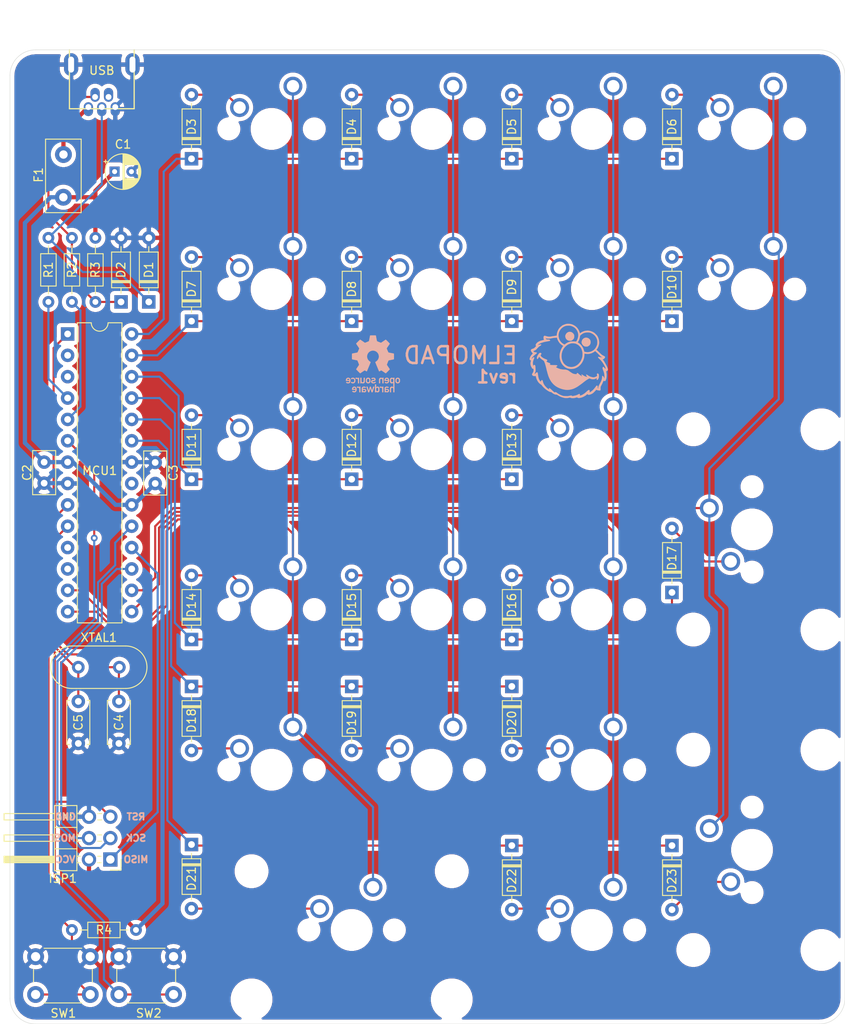
<source format=kicad_pcb>
(kicad_pcb (version 20171130) (host pcbnew "(5.1.6)-1")
  (layers (0 F.Cu signal) (31 B.Cu signal) (34 B.Paste user) (35 F.Paste user) (36 B.SilkS user) (37 F.SilkS user) (38 B.Mask user) (39 F.Mask user) (44 Edge.Cuts user))
  (net 0 "")
  (net 1 GND)
  (net 2 +5V)
  (net 3 "Net-(C4-Pad1)")
  (net 4 "Net-(C5-Pad1)")
  (net 5 "Net-(D1-Pad1)")
  (net 6 "Net-(D2-Pad1)")
  (net 7 "Net-(D3-Pad2)")
  (net 8 "Net-(D4-Pad2)")
  (net 9 "Net-(D5-Pad2)")
  (net 10 "Net-(D6-Pad2)")
  (net 11 "Net-(D7-Pad2)")
  (net 12 "Net-(D8-Pad2)")
  (net 13 "Net-(D9-Pad2)")
  (net 14 "Net-(D10-Pad2)")
  (net 15 "Net-(D11-Pad2)")
  (net 16 "Net-(D12-Pad2)")
  (net 17 "Net-(D13-Pad2)")
  (net 18 "Net-(D14-Pad2)")
  (net 19 "Net-(D15-Pad2)")
  (net 20 "Net-(D16-Pad2)")
  (net 21 "Net-(D17-Pad2)")
  (net 22 "Net-(D18-Pad2)")
  (net 23 "Net-(D19-Pad2)")
  (net 24 "Net-(D20-Pad2)")
  (net 25 VCC)
  (net 26 "Net-(MCU1-Pad12)")
  (net 27 "Net-(MCU1-Pad11)")
  (net 28 "Net-(MCU1-Pad21)")
  (net 29 boot)
  (net 30 D-)
  (net 31 D+)
  (net 32 "Net-(MCU1-Pad3)")
  (net 33 "Net-(MCU1-Pad2)")
  (net 34 reset)
  (net 35 "Net-(USB1-Pad4)")
  (net 36 row0)
  (net 37 row1)
  (net 38 row2)
  (net 39 row3)
  (net 40 row4)
  (net 41 col0)
  (net 42 col1)
  (net 43 col2)
  (net 44 col3)
  (net 45 MOSI)
  (net 46 MISO)
  (net 47 SCK)
  (net 48 "Net-(D21-Pad2)")
  (net 49 "Net-(D22-Pad2)")
  (net 50 row5)
  (net 51 "Net-(D23-Pad2)")
  (module Connector_PinHeader_2.54mm:PinHeader_2x03_P2.54mm_Horizontal (layer F.Cu) (at 92.202 139.446 180)
    (fp_text reference ISP1 (at 5.655 -2.27) (layer F.SilkS))
    (fp_text value AVR-ISP-6)
    (pad 6 thru_hole oval (at 2.54 5.08 180) (size 1.7 1.7) (drill 1) (layers *.Cu *.Mask) (net 1 GND))
    (pad 5 thru_hole oval (at 0 5.08 180) (size 1.7 1.7) (drill 1) (layers *.Cu *.Mask) (net 34 reset))
    (pad 4 thru_hole oval (at 2.54 2.54 180) (size 1.7 1.7) (drill 1) (layers *.Cu *.Mask) (net 45 MOSI))
    (pad 3 thru_hole oval (at 0 2.54 180) (size 1.7 1.7) (drill 1) (layers *.Cu *.Mask) (net 47 SCK))
    (pad 2 thru_hole oval (at 2.54 0 180) (size 1.7 1.7) (drill 1) (layers *.Cu *.Mask) (net 2 +5V))
    (pad 1 thru_hole rect (at 0 0 180) (size 1.7 1.7) (drill 1) (layers *.Cu *.Mask) (net 46 MISO))
  )
  (module custom_parts:elmo (layer B.Cu) (at 146.812 80.264 180)
    (fp_text reference G*** hide)
    (fp_text value LOGO hide)
  )
  (module custom_parts:oshw (layer B.Cu) (at 123.444 80.518 180)
    (fp_text reference G*** hide)
    (fp_text value LOGO hide)
  )
  (module Diode_THT:D_DO-35_SOD27_P7.62mm_Horizontal (layer F.Cu) (at 120.904 118.872 270)
    (fp_text reference D19 (at 4.318 0 90) (layer F.SilkS))
    (fp_text value D_Small)
    (pad 2 thru_hole oval (at 7.62 0 270) (size 1.6 1.6) (drill 0.8) (layers *.Cu *.Mask) (net 23 "Net-(D19-Pad2)"))
    (pad 1 thru_hole rect (at 0 0 270) (size 1.6 1.6) (drill 0.8) (layers *.Cu *.Mask) (net 40 row4))
  )
  (module MX_Only:MXOnly-1U-NoLED (layer F.Cu) (at 111.379 128.778)
    (fp_text reference MX16)
    (fp_text value MX-NoLED)
    (pad 2 thru_hole circle (at 2.54 -5.08) (size 2.25 2.25) (drill 1.47) (layers *.Cu *.Mask) (net 41 col0))
    (pad "" np_thru_hole circle (at 0 0) (size 3.9878 3.9878) (drill 3.9878) (layers *.Cu *.Mask))
    (pad 1 thru_hole circle (at -3.81 -2.54) (size 2.25 2.25) (drill 1.47) (layers *.Cu *.Mask) (net 22 "Net-(D18-Pad2)"))
    (pad "" np_thru_hole circle (at -5.08 0 48.0996) (size 1.75 1.75) (drill 1.75) (layers *.Cu *.Mask))
    (pad "" np_thru_hole circle (at 5.08 0 48.0996) (size 1.75 1.75) (drill 1.75) (layers *.Cu *.Mask))
  )
  (module MX_Only:MXOnly-1U-NoLED (layer F.Cu) (at 149.479 147.828)
    (fp_text reference MX20)
    (fp_text value MX-NoLED)
    (pad 2 thru_hole circle (at 2.54 -5.08) (size 2.25 2.25) (drill 1.47) (layers *.Cu *.Mask) (net 43 col2))
    (pad "" np_thru_hole circle (at 0 0) (size 3.9878 3.9878) (drill 3.9878) (layers *.Cu *.Mask))
    (pad 1 thru_hole circle (at -3.81 -2.54) (size 2.25 2.25) (drill 1.47) (layers *.Cu *.Mask) (net 49 "Net-(D22-Pad2)"))
    (pad "" np_thru_hole circle (at -5.08 0 48.0996) (size 1.75 1.75) (drill 1.75) (layers *.Cu *.Mask))
    (pad "" np_thru_hole circle (at 5.08 0 48.0996) (size 1.75 1.75) (drill 1.75) (layers *.Cu *.Mask))
  )
  (module MX_Only:MXOnly-2U-NoLED (layer F.Cu) (at 120.904 147.828)
    (fp_text reference MX19)
    (fp_text value MX-NoLED)
    (pad 2 thru_hole circle (at 2.54 -5.08) (size 2.25 2.25) (drill 1.47) (layers *.Cu *.Mask) (net 41 col0))
    (pad "" np_thru_hole circle (at 0 0) (size 3.9878 3.9878) (drill 3.9878) (layers *.Cu *.Mask))
    (pad 1 thru_hole circle (at -3.81 -2.54) (size 2.25 2.25) (drill 1.47) (layers *.Cu *.Mask) (net 48 "Net-(D21-Pad2)"))
    (pad "" np_thru_hole circle (at -5.08 0 48.0996) (size 1.75 1.75) (drill 1.75) (layers *.Cu *.Mask))
    (pad "" np_thru_hole circle (at 5.08 0 48.0996) (size 1.75 1.75) (drill 1.75) (layers *.Cu *.Mask))
    (pad "" np_thru_hole circle (at -11.90625 -6.985) (size 3.048 3.048) (drill 3.048) (layers *.Cu *.Mask))
    (pad "" np_thru_hole circle (at 11.90625 -6.985) (size 3.048 3.048) (drill 3.048) (layers *.Cu *.Mask))
    (pad "" np_thru_hole circle (at -11.90625 8.255) (size 3.9878 3.9878) (drill 3.9878) (layers *.Cu *.Mask))
    (pad "" np_thru_hole circle (at 11.90625 8.255) (size 3.9878 3.9878) (drill 3.9878) (layers *.Cu *.Mask))
  )
  (module MX_Only:MXOnly-1U-NoLED (layer F.Cu) (at 149.479 128.778)
    (fp_text reference MX18)
    (fp_text value MX-NoLED)
    (pad 2 thru_hole circle (at 2.54 -5.08) (size 2.25 2.25) (drill 1.47) (layers *.Cu *.Mask) (net 43 col2))
    (pad "" np_thru_hole circle (at 0 0) (size 3.9878 3.9878) (drill 3.9878) (layers *.Cu *.Mask))
    (pad 1 thru_hole circle (at -3.81 -2.54) (size 2.25 2.25) (drill 1.47) (layers *.Cu *.Mask) (net 24 "Net-(D20-Pad2)"))
    (pad "" np_thru_hole circle (at -5.08 0 48.0996) (size 1.75 1.75) (drill 1.75) (layers *.Cu *.Mask))
    (pad "" np_thru_hole circle (at 5.08 0 48.0996) (size 1.75 1.75) (drill 1.75) (layers *.Cu *.Mask))
  )
  (module MX_Only:MXOnly-2U-NoLED (layer F.Cu) (at 168.529 138.303 90)
    (fp_text reference MX21)
    (fp_text value MX-NoLED)
    (pad 2 thru_hole circle (at 2.54 -5.08 90) (size 2.25 2.25) (drill 1.47) (layers *.Cu *.Mask) (net 44 col3))
    (pad "" np_thru_hole circle (at 0 0 90) (size 3.9878 3.9878) (drill 3.9878) (layers *.Cu *.Mask))
    (pad 1 thru_hole circle (at -3.81 -2.54 90) (size 2.25 2.25) (drill 1.47) (layers *.Cu *.Mask) (net 51 "Net-(D23-Pad2)"))
    (pad "" np_thru_hole circle (at -5.08 0 138.0996) (size 1.75 1.75) (drill 1.75) (layers *.Cu *.Mask))
    (pad "" np_thru_hole circle (at 5.08 0 138.0996) (size 1.75 1.75) (drill 1.75) (layers *.Cu *.Mask))
    (pad "" np_thru_hole circle (at -11.90625 -6.985 90) (size 3.048 3.048) (drill 3.048) (layers *.Cu *.Mask))
    (pad "" np_thru_hole circle (at 11.90625 -6.985 90) (size 3.048 3.048) (drill 3.048) (layers *.Cu *.Mask))
    (pad "" np_thru_hole circle (at -11.90625 8.255 90) (size 3.9878 3.9878) (drill 3.9878) (layers *.Cu *.Mask))
    (pad "" np_thru_hole circle (at 11.90625 8.255 90) (size 3.9878 3.9878) (drill 3.9878) (layers *.Cu *.Mask))
  )
  (module MX_Only:MXOnly-2U-NoLED (layer F.Cu) (at 168.529 100.203 90)
    (fp_text reference MX15)
    (fp_text value MX-NoLED)
    (pad 2 thru_hole circle (at 2.54 -5.08 90) (size 2.25 2.25) (drill 1.47) (layers *.Cu *.Mask) (net 44 col3))
    (pad "" np_thru_hole circle (at 0 0 90) (size 3.9878 3.9878) (drill 3.9878) (layers *.Cu *.Mask))
    (pad 1 thru_hole circle (at -3.81 -2.54 90) (size 2.25 2.25) (drill 1.47) (layers *.Cu *.Mask) (net 21 "Net-(D17-Pad2)"))
    (pad "" np_thru_hole circle (at -5.08 0 138.0996) (size 1.75 1.75) (drill 1.75) (layers *.Cu *.Mask))
    (pad "" np_thru_hole circle (at 5.08 0 138.0996) (size 1.75 1.75) (drill 1.75) (layers *.Cu *.Mask))
    (pad "" np_thru_hole circle (at -11.90625 -6.985 90) (size 3.048 3.048) (drill 3.048) (layers *.Cu *.Mask))
    (pad "" np_thru_hole circle (at 11.90625 -6.985 90) (size 3.048 3.048) (drill 3.048) (layers *.Cu *.Mask))
    (pad "" np_thru_hole circle (at -11.90625 8.255 90) (size 3.9878 3.9878) (drill 3.9878) (layers *.Cu *.Mask))
    (pad "" np_thru_hole circle (at 11.90625 8.255 90) (size 3.9878 3.9878) (drill 3.9878) (layers *.Cu *.Mask))
  )
  (module Diode_THT:D_DO-35_SOD27_P7.62mm_Horizontal (layer F.Cu) (at 159.004 137.795 270)
    (fp_text reference D23 (at 4.191 0 90) (layer F.SilkS))
    (fp_text value D_Small)
    (pad 2 thru_hole oval (at 7.62 0 270) (size 1.6 1.6) (drill 0.8) (layers *.Cu *.Mask) (net 51 "Net-(D23-Pad2)"))
    (pad 1 thru_hole rect (at 0 0 270) (size 1.6 1.6) (drill 0.8) (layers *.Cu *.Mask) (net 50 row5))
  )
  (module Diode_THT:D_DO-35_SOD27_P7.62mm_Horizontal (layer F.Cu) (at 139.954 137.795 270)
    (fp_text reference D22 (at 4.191 0 90) (layer F.SilkS))
    (fp_text value D_Small)
    (pad 2 thru_hole oval (at 7.62 0 270) (size 1.6 1.6) (drill 0.8) (layers *.Cu *.Mask) (net 49 "Net-(D22-Pad2)"))
    (pad 1 thru_hole rect (at 0 0 270) (size 1.6 1.6) (drill 0.8) (layers *.Cu *.Mask) (net 50 row5))
  )
  (module Diode_THT:D_DO-35_SOD27_P7.62mm_Horizontal (layer F.Cu) (at 101.854 137.668 270)
    (fp_text reference D21 (at 4.064 0 90) (layer F.SilkS))
    (fp_text value D_Small)
    (pad 2 thru_hole oval (at 7.62 0 270) (size 1.6 1.6) (drill 0.8) (layers *.Cu *.Mask) (net 48 "Net-(D21-Pad2)"))
    (pad 1 thru_hole rect (at 0 0 270) (size 1.6 1.6) (drill 0.8) (layers *.Cu *.Mask) (net 50 row5))
  )
  (module Diode_THT:D_DO-35_SOD27_P7.62mm_Horizontal (layer F.Cu) (at 159.004 107.696 90)
    (fp_text reference D17 (at 4.064 0 90) (layer F.SilkS))
    (fp_text value D_Small)
    (pad 2 thru_hole oval (at 7.62 0 90) (size 1.6 1.6) (drill 0.8) (layers *.Cu *.Mask) (net 21 "Net-(D17-Pad2)"))
    (pad 1 thru_hole rect (at 0 0 90) (size 1.6 1.6) (drill 0.8) (layers *.Cu *.Mask) (net 39 row3))
  )
  (module Package_DIP:DIP-28_W7.62mm (layer F.Cu) (at 87.122 76.962)
    (fp_text reference MCU1 (at 3.81 16.256) (layer F.SilkS))
    (fp_text value ATmega328-PU)
    (pad 28 thru_hole oval (at 7.62 0) (size 1.6 1.6) (drill 0.8) (layers *.Cu *.Mask) (net 36 row0))
    (pad 14 thru_hole oval (at 0 33.02) (size 1.6 1.6) (drill 0.8) (layers *.Cu *.Mask) (net 41 col0))
    (pad 27 thru_hole oval (at 7.62 2.54) (size 1.6 1.6) (drill 0.8) (layers *.Cu *.Mask) (net 37 row1))
    (pad 13 thru_hole oval (at 0 30.48) (size 1.6 1.6) (drill 0.8) (layers *.Cu *.Mask) (net 42 col1))
    (pad 26 thru_hole oval (at 7.62 5.08) (size 1.6 1.6) (drill 0.8) (layers *.Cu *.Mask) (net 38 row2))
    (pad 12 thru_hole oval (at 0 27.94) (size 1.6 1.6) (drill 0.8) (layers *.Cu *.Mask) (net 26 "Net-(MCU1-Pad12)"))
    (pad 25 thru_hole oval (at 7.62 7.62) (size 1.6 1.6) (drill 0.8) (layers *.Cu *.Mask) (net 39 row3))
    (pad 11 thru_hole oval (at 0 25.4) (size 1.6 1.6) (drill 0.8) (layers *.Cu *.Mask) (net 27 "Net-(MCU1-Pad11)"))
    (pad 24 thru_hole oval (at 7.62 10.16) (size 1.6 1.6) (drill 0.8) (layers *.Cu *.Mask) (net 40 row4))
    (pad 10 thru_hole oval (at 0 22.86) (size 1.6 1.6) (drill 0.8) (layers *.Cu *.Mask) (net 3 "Net-(C4-Pad1)"))
    (pad 23 thru_hole oval (at 7.62 12.7) (size 1.6 1.6) (drill 0.8) (layers *.Cu *.Mask) (net 50 row5))
    (pad 9 thru_hole oval (at 0 20.32) (size 1.6 1.6) (drill 0.8) (layers *.Cu *.Mask) (net 4 "Net-(C5-Pad1)"))
    (pad 22 thru_hole oval (at 7.62 15.24) (size 1.6 1.6) (drill 0.8) (layers *.Cu *.Mask) (net 1 GND))
    (pad 8 thru_hole oval (at 0 17.78) (size 1.6 1.6) (drill 0.8) (layers *.Cu *.Mask) (net 1 GND))
    (pad 21 thru_hole oval (at 7.62 17.78) (size 1.6 1.6) (drill 0.8) (layers *.Cu *.Mask) (net 28 "Net-(MCU1-Pad21)"))
    (pad 7 thru_hole oval (at 0 15.24) (size 1.6 1.6) (drill 0.8) (layers *.Cu *.Mask) (net 2 +5V))
    (pad 20 thru_hole oval (at 7.62 20.32) (size 1.6 1.6) (drill 0.8) (layers *.Cu *.Mask) (net 2 +5V))
    (pad 6 thru_hole oval (at 0 12.7) (size 1.6 1.6) (drill 0.8) (layers *.Cu *.Mask) (net 29 boot))
    (pad 19 thru_hole oval (at 7.62 22.86) (size 1.6 1.6) (drill 0.8) (layers *.Cu *.Mask) (net 47 SCK))
    (pad 5 thru_hole oval (at 0 10.16) (size 1.6 1.6) (drill 0.8) (layers *.Cu *.Mask) (net 30 D-))
    (pad 18 thru_hole oval (at 7.62 25.4) (size 1.6 1.6) (drill 0.8) (layers *.Cu *.Mask) (net 46 MISO))
    (pad 4 thru_hole oval (at 0 7.62) (size 1.6 1.6) (drill 0.8) (layers *.Cu *.Mask) (net 31 D+))
    (pad 17 thru_hole oval (at 7.62 27.94) (size 1.6 1.6) (drill 0.8) (layers *.Cu *.Mask) (net 45 MOSI))
    (pad 3 thru_hole oval (at 0 5.08) (size 1.6 1.6) (drill 0.8) (layers *.Cu *.Mask) (net 32 "Net-(MCU1-Pad3)"))
    (pad 16 thru_hole oval (at 7.62 30.48) (size 1.6 1.6) (drill 0.8) (layers *.Cu *.Mask) (net 44 col3))
    (pad 2 thru_hole oval (at 0 2.54) (size 1.6 1.6) (drill 0.8) (layers *.Cu *.Mask) (net 33 "Net-(MCU1-Pad2)"))
    (pad 15 thru_hole oval (at 7.62 33.02) (size 1.6 1.6) (drill 0.8) (layers *.Cu *.Mask) (net 43 col2))
    (pad 1 thru_hole rect (at 0 0) (size 1.6 1.6) (drill 0.8) (layers *.Cu *.Mask) (net 34 reset))
  )
  (module MX_Only:MXOnly-1U-NoLED (layer F.Cu) (at 111.379 71.628)
    (fp_text reference MX5)
    (fp_text value MX-NoLED)
    (pad 2 thru_hole circle (at 2.54 -5.08) (size 2.25 2.25) (drill 1.47) (layers *.Cu *.Mask) (net 41 col0))
    (pad "" np_thru_hole circle (at 0 0) (size 3.9878 3.9878) (drill 3.9878) (layers *.Cu *.Mask))
    (pad 1 thru_hole circle (at -3.81 -2.54) (size 2.25 2.25) (drill 1.47) (layers *.Cu *.Mask) (net 11 "Net-(D7-Pad2)"))
    (pad "" np_thru_hole circle (at -5.08 0 48.0996) (size 1.75 1.75) (drill 1.75) (layers *.Cu *.Mask))
    (pad "" np_thru_hole circle (at 5.08 0 48.0996) (size 1.75 1.75) (drill 1.75) (layers *.Cu *.Mask))
  )
  (module MX_Only:MXOnly-1U-NoLED (layer F.Cu) (at 130.429 128.778)
    (fp_text reference MX17)
    (fp_text value MX-NoLED)
    (pad 2 thru_hole circle (at 2.54 -5.08) (size 2.25 2.25) (drill 1.47) (layers *.Cu *.Mask) (net 42 col1))
    (pad "" np_thru_hole circle (at 0 0) (size 3.9878 3.9878) (drill 3.9878) (layers *.Cu *.Mask))
    (pad 1 thru_hole circle (at -3.81 -2.54) (size 2.25 2.25) (drill 1.47) (layers *.Cu *.Mask) (net 23 "Net-(D19-Pad2)"))
    (pad "" np_thru_hole circle (at -5.08 0 48.0996) (size 1.75 1.75) (drill 1.75) (layers *.Cu *.Mask))
    (pad "" np_thru_hole circle (at 5.08 0 48.0996) (size 1.75 1.75) (drill 1.75) (layers *.Cu *.Mask))
  )
  (module MX_Only:MXOnly-1U-NoLED (layer F.Cu) (at 149.479 109.728)
    (fp_text reference MX14)
    (fp_text value MX-NoLED)
    (pad 2 thru_hole circle (at 2.54 -5.08) (size 2.25 2.25) (drill 1.47) (layers *.Cu *.Mask) (net 43 col2))
    (pad "" np_thru_hole circle (at 0 0) (size 3.9878 3.9878) (drill 3.9878) (layers *.Cu *.Mask))
    (pad 1 thru_hole circle (at -3.81 -2.54) (size 2.25 2.25) (drill 1.47) (layers *.Cu *.Mask) (net 20 "Net-(D16-Pad2)"))
    (pad "" np_thru_hole circle (at -5.08 0 48.0996) (size 1.75 1.75) (drill 1.75) (layers *.Cu *.Mask))
    (pad "" np_thru_hole circle (at 5.08 0 48.0996) (size 1.75 1.75) (drill 1.75) (layers *.Cu *.Mask))
  )
  (module MX_Only:MXOnly-1U-NoLED (layer F.Cu) (at 130.429 109.728)
    (fp_text reference MX13)
    (fp_text value MX-NoLED)
    (pad 2 thru_hole circle (at 2.54 -5.08) (size 2.25 2.25) (drill 1.47) (layers *.Cu *.Mask) (net 42 col1))
    (pad "" np_thru_hole circle (at 0 0) (size 3.9878 3.9878) (drill 3.9878) (layers *.Cu *.Mask))
    (pad 1 thru_hole circle (at -3.81 -2.54) (size 2.25 2.25) (drill 1.47) (layers *.Cu *.Mask) (net 19 "Net-(D15-Pad2)"))
    (pad "" np_thru_hole circle (at -5.08 0 48.0996) (size 1.75 1.75) (drill 1.75) (layers *.Cu *.Mask))
    (pad "" np_thru_hole circle (at 5.08 0 48.0996) (size 1.75 1.75) (drill 1.75) (layers *.Cu *.Mask))
  )
  (module MX_Only:MXOnly-1U-NoLED (layer F.Cu) (at 111.379 109.728)
    (fp_text reference MX12)
    (fp_text value MX-NoLED)
    (pad 2 thru_hole circle (at 2.54 -5.08) (size 2.25 2.25) (drill 1.47) (layers *.Cu *.Mask) (net 41 col0))
    (pad "" np_thru_hole circle (at 0 0) (size 3.9878 3.9878) (drill 3.9878) (layers *.Cu *.Mask))
    (pad 1 thru_hole circle (at -3.81 -2.54) (size 2.25 2.25) (drill 1.47) (layers *.Cu *.Mask) (net 18 "Net-(D14-Pad2)"))
    (pad "" np_thru_hole circle (at -5.08 0 48.0996) (size 1.75 1.75) (drill 1.75) (layers *.Cu *.Mask))
    (pad "" np_thru_hole circle (at 5.08 0 48.0996) (size 1.75 1.75) (drill 1.75) (layers *.Cu *.Mask))
  )
  (module MX_Only:MXOnly-1U-NoLED (layer F.Cu) (at 149.479 90.678)
    (fp_text reference MX11)
    (fp_text value MX-NoLED)
    (pad 2 thru_hole circle (at 2.54 -5.08) (size 2.25 2.25) (drill 1.47) (layers *.Cu *.Mask) (net 43 col2))
    (pad "" np_thru_hole circle (at 0 0) (size 3.9878 3.9878) (drill 3.9878) (layers *.Cu *.Mask))
    (pad 1 thru_hole circle (at -3.81 -2.54) (size 2.25 2.25) (drill 1.47) (layers *.Cu *.Mask) (net 17 "Net-(D13-Pad2)"))
    (pad "" np_thru_hole circle (at -5.08 0 48.0996) (size 1.75 1.75) (drill 1.75) (layers *.Cu *.Mask))
    (pad "" np_thru_hole circle (at 5.08 0 48.0996) (size 1.75 1.75) (drill 1.75) (layers *.Cu *.Mask))
  )
  (module MX_Only:MXOnly-1U-NoLED (layer F.Cu) (at 130.429 90.678)
    (fp_text reference MX10)
    (fp_text value MX-NoLED)
    (pad 2 thru_hole circle (at 2.54 -5.08) (size 2.25 2.25) (drill 1.47) (layers *.Cu *.Mask) (net 42 col1))
    (pad "" np_thru_hole circle (at 0 0) (size 3.9878 3.9878) (drill 3.9878) (layers *.Cu *.Mask))
    (pad 1 thru_hole circle (at -3.81 -2.54) (size 2.25 2.25) (drill 1.47) (layers *.Cu *.Mask) (net 16 "Net-(D12-Pad2)"))
    (pad "" np_thru_hole circle (at -5.08 0 48.0996) (size 1.75 1.75) (drill 1.75) (layers *.Cu *.Mask))
    (pad "" np_thru_hole circle (at 5.08 0 48.0996) (size 1.75 1.75) (drill 1.75) (layers *.Cu *.Mask))
  )
  (module MX_Only:MXOnly-1U-NoLED (layer F.Cu) (at 111.379 90.678)
    (fp_text reference MX9)
    (fp_text value MX-NoLED)
    (pad 2 thru_hole circle (at 2.54 -5.08) (size 2.25 2.25) (drill 1.47) (layers *.Cu *.Mask) (net 41 col0))
    (pad "" np_thru_hole circle (at 0 0) (size 3.9878 3.9878) (drill 3.9878) (layers *.Cu *.Mask))
    (pad 1 thru_hole circle (at -3.81 -2.54) (size 2.25 2.25) (drill 1.47) (layers *.Cu *.Mask) (net 15 "Net-(D11-Pad2)"))
    (pad "" np_thru_hole circle (at -5.08 0 48.0996) (size 1.75 1.75) (drill 1.75) (layers *.Cu *.Mask))
    (pad "" np_thru_hole circle (at 5.08 0 48.0996) (size 1.75 1.75) (drill 1.75) (layers *.Cu *.Mask))
  )
  (module MX_Only:MXOnly-1U-NoLED (layer F.Cu) (at 168.529 71.628)
    (fp_text reference MX8)
    (fp_text value MX-NoLED)
    (pad 2 thru_hole circle (at 2.54 -5.08) (size 2.25 2.25) (drill 1.47) (layers *.Cu *.Mask) (net 44 col3))
    (pad "" np_thru_hole circle (at 0 0) (size 3.9878 3.9878) (drill 3.9878) (layers *.Cu *.Mask))
    (pad 1 thru_hole circle (at -3.81 -2.54) (size 2.25 2.25) (drill 1.47) (layers *.Cu *.Mask) (net 14 "Net-(D10-Pad2)"))
    (pad "" np_thru_hole circle (at -5.08 0 48.0996) (size 1.75 1.75) (drill 1.75) (layers *.Cu *.Mask))
    (pad "" np_thru_hole circle (at 5.08 0 48.0996) (size 1.75 1.75) (drill 1.75) (layers *.Cu *.Mask))
  )
  (module MX_Only:MXOnly-1U-NoLED (layer F.Cu) (at 149.479 71.628)
    (fp_text reference MX7)
    (fp_text value MX-NoLED)
    (pad 2 thru_hole circle (at 2.54 -5.08) (size 2.25 2.25) (drill 1.47) (layers *.Cu *.Mask) (net 43 col2))
    (pad "" np_thru_hole circle (at 0 0) (size 3.9878 3.9878) (drill 3.9878) (layers *.Cu *.Mask))
    (pad 1 thru_hole circle (at -3.81 -2.54) (size 2.25 2.25) (drill 1.47) (layers *.Cu *.Mask) (net 13 "Net-(D9-Pad2)"))
    (pad "" np_thru_hole circle (at -5.08 0 48.0996) (size 1.75 1.75) (drill 1.75) (layers *.Cu *.Mask))
    (pad "" np_thru_hole circle (at 5.08 0 48.0996) (size 1.75 1.75) (drill 1.75) (layers *.Cu *.Mask))
  )
  (module MX_Only:MXOnly-1U-NoLED (layer F.Cu) (at 130.429 71.628)
    (fp_text reference MX6)
    (fp_text value MX-NoLED)
    (pad 2 thru_hole circle (at 2.54 -5.08) (size 2.25 2.25) (drill 1.47) (layers *.Cu *.Mask) (net 42 col1))
    (pad "" np_thru_hole circle (at 0 0) (size 3.9878 3.9878) (drill 3.9878) (layers *.Cu *.Mask))
    (pad 1 thru_hole circle (at -3.81 -2.54) (size 2.25 2.25) (drill 1.47) (layers *.Cu *.Mask) (net 12 "Net-(D8-Pad2)"))
    (pad "" np_thru_hole circle (at -5.08 0 48.0996) (size 1.75 1.75) (drill 1.75) (layers *.Cu *.Mask))
    (pad "" np_thru_hole circle (at 5.08 0 48.0996) (size 1.75 1.75) (drill 1.75) (layers *.Cu *.Mask))
  )
  (module MX_Only:MXOnly-1U-NoLED (layer F.Cu) (at 168.529 52.578)
    (fp_text reference MX4)
    (fp_text value MX-NoLED)
    (pad 2 thru_hole circle (at 2.54 -5.08) (size 2.25 2.25) (drill 1.47) (layers *.Cu *.Mask) (net 44 col3))
    (pad "" np_thru_hole circle (at 0 0) (size 3.9878 3.9878) (drill 3.9878) (layers *.Cu *.Mask))
    (pad 1 thru_hole circle (at -3.81 -2.54) (size 2.25 2.25) (drill 1.47) (layers *.Cu *.Mask) (net 10 "Net-(D6-Pad2)"))
    (pad "" np_thru_hole circle (at -5.08 0 48.0996) (size 1.75 1.75) (drill 1.75) (layers *.Cu *.Mask))
    (pad "" np_thru_hole circle (at 5.08 0 48.0996) (size 1.75 1.75) (drill 1.75) (layers *.Cu *.Mask))
  )
  (module MX_Only:MXOnly-1U-NoLED (layer F.Cu) (at 149.479 52.578)
    (fp_text reference MX3)
    (fp_text value MX-NoLED)
    (pad 2 thru_hole circle (at 2.54 -5.08) (size 2.25 2.25) (drill 1.47) (layers *.Cu *.Mask) (net 43 col2))
    (pad "" np_thru_hole circle (at 0 0) (size 3.9878 3.9878) (drill 3.9878) (layers *.Cu *.Mask))
    (pad 1 thru_hole circle (at -3.81 -2.54) (size 2.25 2.25) (drill 1.47) (layers *.Cu *.Mask) (net 9 "Net-(D5-Pad2)"))
    (pad "" np_thru_hole circle (at -5.08 0 48.0996) (size 1.75 1.75) (drill 1.75) (layers *.Cu *.Mask))
    (pad "" np_thru_hole circle (at 5.08 0 48.0996) (size 1.75 1.75) (drill 1.75) (layers *.Cu *.Mask))
  )
  (module MX_Only:MXOnly-1U-NoLED (layer F.Cu) (at 130.429 52.578)
    (fp_text reference MX2)
    (fp_text value MX-NoLED)
    (pad 2 thru_hole circle (at 2.54 -5.08) (size 2.25 2.25) (drill 1.47) (layers *.Cu *.Mask) (net 42 col1))
    (pad "" np_thru_hole circle (at 0 0) (size 3.9878 3.9878) (drill 3.9878) (layers *.Cu *.Mask))
    (pad 1 thru_hole circle (at -3.81 -2.54) (size 2.25 2.25) (drill 1.47) (layers *.Cu *.Mask) (net 8 "Net-(D4-Pad2)"))
    (pad "" np_thru_hole circle (at -5.08 0 48.0996) (size 1.75 1.75) (drill 1.75) (layers *.Cu *.Mask))
    (pad "" np_thru_hole circle (at 5.08 0 48.0996) (size 1.75 1.75) (drill 1.75) (layers *.Cu *.Mask))
  )
  (module MX_Only:MXOnly-1U-NoLED (layer F.Cu) (at 111.379 52.578)
    (fp_text reference MX1)
    (fp_text value MX-NoLED)
    (pad 2 thru_hole circle (at 2.54 -5.08) (size 2.25 2.25) (drill 1.47) (layers *.Cu *.Mask) (net 41 col0))
    (pad "" np_thru_hole circle (at 0 0) (size 3.9878 3.9878) (drill 3.9878) (layers *.Cu *.Mask))
    (pad 1 thru_hole circle (at -3.81 -2.54) (size 2.25 2.25) (drill 1.47) (layers *.Cu *.Mask) (net 7 "Net-(D3-Pad2)"))
    (pad "" np_thru_hole circle (at -5.08 0 48.0996) (size 1.75 1.75) (drill 1.75) (layers *.Cu *.Mask))
    (pad "" np_thru_hole circle (at 5.08 0 48.0996) (size 1.75 1.75) (drill 1.75) (layers *.Cu *.Mask))
  )
  (module Crystal:Crystal_HC49-4H_Vertical (layer F.Cu) (at 88.392 116.586)
    (fp_text reference XTAL1 (at 2.44 -3.525) (layer F.SilkS))
    (fp_text value Crystal)
    (pad 2 thru_hole circle (at 4.88 0) (size 1.5 1.5) (drill 0.8) (layers *.Cu *.Mask) (net 3 "Net-(C4-Pad1)"))
    (pad 1 thru_hole circle (at 0 0) (size 1.5 1.5) (drill 0.8) (layers *.Cu *.Mask) (net 4 "Net-(C5-Pad1)"))
  )
  (module custom_parts:USB_Mini (layer F.Cu) (at 91.186 43.18 270)
    (fp_text reference USB1)
    (fp_text value USB_B_Mini)
    (fp_text user USB (at 2.45 0) (layer F.SilkS))
    (pad 5 thru_hole oval (at 6.8 -1.6 270) (size 1.65 1.1) (drill oval 0.7 (offset 0.25 0)) (layers *.Cu B.Mask) (net 1 GND))
    (pad 4 thru_hole oval (at 5.6 -0.8 90) (size 1.65 1.1) (drill oval 0.7 (offset 0.25 0)) (layers *.Cu B.Mask) (net 35 "Net-(USB1-Pad4)"))
    (pad 3 thru_hole oval (at 6.8 0 270) (size 1.65 1.1) (drill oval 0.7 (offset 0.25 0)) (layers *.Cu B.Mask) (net 5 "Net-(D1-Pad1)"))
    (pad 2 thru_hole oval (at 5.6 0.8 90) (size 1.65 1.1) (drill oval 0.7 (offset 0.25 0)) (layers *.Cu B.Mask) (net 6 "Net-(D2-Pad1)"))
    (pad 1 thru_hole oval (at 6.8 1.6 270) (size 1.65 1.1) (drill oval 0.7 (offset 0.25 0)) (layers *.Cu B.Mask) (net 25 VCC))
    (pad 6 thru_hole oval (at 1.75 -3.65 270) (size 2.7 1.7) (drill oval 1.9 0.7) (layers *.Cu *.Mask) (net 1 GND))
    (pad 6 thru_hole oval (at 1.75 3.65 270) (size 2.7 1.7) (drill oval 1.9 0.7) (layers *.Cu *.Mask) (net 1 GND))
  )
  (module Button_Switch_THT:SW_PUSH_6mm (layer F.Cu) (at 93.218 151.003)
    (fp_text reference SW2 (at 3.556 6.731) (layer F.SilkS))
    (fp_text value BOOT)
    (pad 1 thru_hole circle (at 6.5 0 90) (size 2 2) (drill 1.1) (layers *.Cu *.Mask) (net 1 GND))
    (pad 2 thru_hole circle (at 6.5 4.5 90) (size 2 2) (drill 1.1) (layers *.Cu *.Mask) (net 29 boot))
    (pad 1 thru_hole circle (at 0 0 90) (size 2 2) (drill 1.1) (layers *.Cu *.Mask) (net 1 GND))
    (pad 2 thru_hole circle (at 0 4.5 90) (size 2 2) (drill 1.1) (layers *.Cu *.Mask) (net 29 boot))
  )
  (module Button_Switch_THT:SW_PUSH_6mm (layer F.Cu) (at 83.312 151.003)
    (fp_text reference SW1 (at 3.302 6.731) (layer F.SilkS))
    (fp_text value RESET)
    (pad 1 thru_hole circle (at 6.5 0 90) (size 2 2) (drill 1.1) (layers *.Cu *.Mask) (net 1 GND))
    (pad 2 thru_hole circle (at 6.5 4.5 90) (size 2 2) (drill 1.1) (layers *.Cu *.Mask) (net 34 reset))
    (pad 1 thru_hole circle (at 0 0 90) (size 2 2) (drill 1.1) (layers *.Cu *.Mask) (net 1 GND))
    (pad 2 thru_hole circle (at 0 4.5 90) (size 2 2) (drill 1.1) (layers *.Cu *.Mask) (net 34 reset))
  )
  (module Resistor_THT:R_Axial_DIN0204_L3.6mm_D1.6mm_P7.62mm_Horizontal (layer F.Cu) (at 87.63 147.828)
    (fp_text reference R4 (at 3.81 0) (layer F.SilkS))
    (fp_text value 1.5K)
    (pad 2 thru_hole oval (at 7.62 0) (size 1.4 1.4) (drill 0.7) (layers *.Cu *.Mask) (net 2 +5V))
    (pad 1 thru_hole circle (at 0 0) (size 1.4 1.4) (drill 0.7) (layers *.Cu *.Mask) (net 34 reset))
  )
  (module Resistor_THT:R_Axial_DIN0204_L3.6mm_D1.6mm_P7.62mm_Horizontal (layer F.Cu) (at 90.424 73.152 90)
    (fp_text reference R3 (at 3.81 0 90) (layer F.SilkS))
    (fp_text value 1.5K)
    (pad 2 thru_hole oval (at 7.62 0 90) (size 1.4 1.4) (drill 0.7) (layers *.Cu *.Mask) (net 2 +5V))
    (pad 1 thru_hole circle (at 0 0 90) (size 1.4 1.4) (drill 0.7) (layers *.Cu *.Mask) (net 6 "Net-(D2-Pad1)"))
  )
  (module Resistor_THT:R_Axial_DIN0204_L3.6mm_D1.6mm_P7.62mm_Horizontal (layer F.Cu) (at 87.63 73.152 90)
    (fp_text reference R2 (at 3.81 0 90) (layer F.SilkS))
    (fp_text value 68R)
    (pad 2 thru_hole oval (at 7.62 0 90) (size 1.4 1.4) (drill 0.7) (layers *.Cu *.Mask) (net 6 "Net-(D2-Pad1)"))
    (pad 1 thru_hole circle (at 0 0 90) (size 1.4 1.4) (drill 0.7) (layers *.Cu *.Mask) (net 30 D-))
  )
  (module Resistor_THT:R_Axial_DIN0204_L3.6mm_D1.6mm_P7.62mm_Horizontal (layer F.Cu) (at 84.836 73.152 90)
    (fp_text reference R1 (at 3.81 0 90) (layer F.SilkS))
    (fp_text value 68R)
    (pad 2 thru_hole oval (at 7.62 0 90) (size 1.4 1.4) (drill 0.7) (layers *.Cu *.Mask) (net 5 "Net-(D1-Pad1)"))
    (pad 1 thru_hole circle (at 0 0 90) (size 1.4 1.4) (drill 0.7) (layers *.Cu *.Mask) (net 31 D+))
  )
  (module Fuse:Fuse_Littelfuse_395Series (layer F.Cu) (at 86.614 60.706 90)
    (fp_text reference F1 (at 2.65 -2.95 90) (layer F.SilkS))
    (fp_text value Polyfuse)
    (pad 2 thru_hole circle (at 5.08 0.01 90) (size 2 2) (drill 1) (layers *.Cu *.Mask) (net 25 VCC))
    (pad 1 thru_hole circle (at 0 0 90) (size 2 2) (drill 1) (layers *.Cu *.Mask) (net 2 +5V))
  )
  (module Diode_THT:D_DO-35_SOD27_P7.62mm_Horizontal (layer F.Cu) (at 139.954 118.872 270)
    (fp_text reference D20 (at 4.318 0 90) (layer F.SilkS))
    (fp_text value D_Small)
    (pad 2 thru_hole oval (at 7.62 0 270) (size 1.6 1.6) (drill 0.8) (layers *.Cu *.Mask) (net 24 "Net-(D20-Pad2)"))
    (pad 1 thru_hole rect (at 0 0 270) (size 1.6 1.6) (drill 0.8) (layers *.Cu *.Mask) (net 40 row4))
  )
  (module Diode_THT:D_DO-35_SOD27_P7.62mm_Horizontal (layer F.Cu) (at 101.854 118.872 270)
    (fp_text reference D18 (at 4.064 0 90) (layer F.SilkS))
    (fp_text value D_Small)
    (pad 2 thru_hole oval (at 7.62 0 270) (size 1.6 1.6) (drill 0.8) (layers *.Cu *.Mask) (net 22 "Net-(D18-Pad2)"))
    (pad 1 thru_hole rect (at 0 0 270) (size 1.6 1.6) (drill 0.8) (layers *.Cu *.Mask) (net 40 row4))
  )
  (module Diode_THT:D_DO-35_SOD27_P7.62mm_Horizontal (layer F.Cu) (at 139.954 113.284 90)
    (fp_text reference D16 (at 4.064 0 90) (layer F.SilkS))
    (fp_text value D_Small)
    (pad 2 thru_hole oval (at 7.62 0 90) (size 1.6 1.6) (drill 0.8) (layers *.Cu *.Mask) (net 20 "Net-(D16-Pad2)"))
    (pad 1 thru_hole rect (at 0 0 90) (size 1.6 1.6) (drill 0.8) (layers *.Cu *.Mask) (net 39 row3))
  )
  (module Diode_THT:D_DO-35_SOD27_P7.62mm_Horizontal (layer F.Cu) (at 120.904 113.284 90)
    (fp_text reference D15 (at 4.064 0 90) (layer F.SilkS))
    (fp_text value D_Small)
    (pad 2 thru_hole oval (at 7.62 0 90) (size 1.6 1.6) (drill 0.8) (layers *.Cu *.Mask) (net 19 "Net-(D15-Pad2)"))
    (pad 1 thru_hole rect (at 0 0 90) (size 1.6 1.6) (drill 0.8) (layers *.Cu *.Mask) (net 39 row3))
  )
  (module Diode_THT:D_DO-35_SOD27_P7.62mm_Horizontal (layer F.Cu) (at 101.854 113.284 90)
    (fp_text reference D14 (at 4.064 0 90) (layer F.SilkS))
    (fp_text value D_Small)
    (pad 2 thru_hole oval (at 7.62 0 90) (size 1.6 1.6) (drill 0.8) (layers *.Cu *.Mask) (net 18 "Net-(D14-Pad2)"))
    (pad 1 thru_hole rect (at 0 0 90) (size 1.6 1.6) (drill 0.8) (layers *.Cu *.Mask) (net 39 row3))
  )
  (module Diode_THT:D_DO-35_SOD27_P7.62mm_Horizontal (layer F.Cu) (at 139.954 94.234 90)
    (fp_text reference D13 (at 4.064 0 90) (layer F.SilkS))
    (fp_text value D_Small)
    (pad 2 thru_hole oval (at 7.62 0 90) (size 1.6 1.6) (drill 0.8) (layers *.Cu *.Mask) (net 17 "Net-(D13-Pad2)"))
    (pad 1 thru_hole rect (at 0 0 90) (size 1.6 1.6) (drill 0.8) (layers *.Cu *.Mask) (net 38 row2))
  )
  (module Diode_THT:D_DO-35_SOD27_P7.62mm_Horizontal (layer F.Cu) (at 120.904 94.234 90)
    (fp_text reference D12 (at 4.064 0 90) (layer F.SilkS))
    (fp_text value D_Small)
    (pad 2 thru_hole oval (at 7.62 0 90) (size 1.6 1.6) (drill 0.8) (layers *.Cu *.Mask) (net 16 "Net-(D12-Pad2)"))
    (pad 1 thru_hole rect (at 0 0 90) (size 1.6 1.6) (drill 0.8) (layers *.Cu *.Mask) (net 38 row2))
  )
  (module Diode_THT:D_DO-35_SOD27_P7.62mm_Horizontal (layer F.Cu) (at 101.854 94.234 90)
    (fp_text reference D11 (at 4.064 0 90) (layer F.SilkS))
    (fp_text value D_Small)
    (pad 2 thru_hole oval (at 7.62 0 90) (size 1.6 1.6) (drill 0.8) (layers *.Cu *.Mask) (net 15 "Net-(D11-Pad2)"))
    (pad 1 thru_hole rect (at 0 0 90) (size 1.6 1.6) (drill 0.8) (layers *.Cu *.Mask) (net 38 row2))
  )
  (module Diode_THT:D_DO-35_SOD27_P7.62mm_Horizontal (layer F.Cu) (at 159.004 75.438 90)
    (fp_text reference D10 (at 4.064 0 90) (layer F.SilkS))
    (fp_text value D_Small)
    (pad 2 thru_hole oval (at 7.62 0 90) (size 1.6 1.6) (drill 0.8) (layers *.Cu *.Mask) (net 14 "Net-(D10-Pad2)"))
    (pad 1 thru_hole rect (at 0 0 90) (size 1.6 1.6) (drill 0.8) (layers *.Cu *.Mask) (net 37 row1))
  )
  (module Diode_THT:D_DO-35_SOD27_P7.62mm_Horizontal (layer F.Cu) (at 139.954 75.438 90)
    (fp_text reference D9 (at 4.064 0 90) (layer F.SilkS))
    (fp_text value D_Small)
    (pad 2 thru_hole oval (at 7.62 0 90) (size 1.6 1.6) (drill 0.8) (layers *.Cu *.Mask) (net 13 "Net-(D9-Pad2)"))
    (pad 1 thru_hole rect (at 0 0 90) (size 1.6 1.6) (drill 0.8) (layers *.Cu *.Mask) (net 37 row1))
  )
  (module Diode_THT:D_DO-35_SOD27_P7.62mm_Horizontal (layer F.Cu) (at 120.904 75.438 90)
    (fp_text reference D8 (at 3.81 0 90) (layer F.SilkS))
    (fp_text value D_Small)
    (pad 2 thru_hole oval (at 7.62 0 90) (size 1.6 1.6) (drill 0.8) (layers *.Cu *.Mask) (net 12 "Net-(D8-Pad2)"))
    (pad 1 thru_hole rect (at 0 0 90) (size 1.6 1.6) (drill 0.8) (layers *.Cu *.Mask) (net 37 row1))
  )
  (module Diode_THT:D_DO-35_SOD27_P7.62mm_Horizontal (layer F.Cu) (at 101.854 75.438 90)
    (fp_text reference D7 (at 3.81 0 90) (layer F.SilkS))
    (fp_text value D_Small)
    (pad 2 thru_hole oval (at 7.62 0 90) (size 1.6 1.6) (drill 0.8) (layers *.Cu *.Mask) (net 11 "Net-(D7-Pad2)"))
    (pad 1 thru_hole rect (at 0 0 90) (size 1.6 1.6) (drill 0.8) (layers *.Cu *.Mask) (net 37 row1))
  )
  (module Diode_THT:D_DO-35_SOD27_P7.62mm_Horizontal (layer F.Cu) (at 159.004 56.134 90)
    (fp_text reference D6 (at 3.81 0 90) (layer F.SilkS))
    (fp_text value D_Small)
    (pad 2 thru_hole oval (at 7.62 0 90) (size 1.6 1.6) (drill 0.8) (layers *.Cu *.Mask) (net 10 "Net-(D6-Pad2)"))
    (pad 1 thru_hole rect (at 0 0 90) (size 1.6 1.6) (drill 0.8) (layers *.Cu *.Mask) (net 36 row0))
  )
  (module Diode_THT:D_DO-35_SOD27_P7.62mm_Horizontal (layer F.Cu) (at 139.954 56.134 90)
    (fp_text reference D5 (at 3.81 0 90) (layer F.SilkS))
    (fp_text value D_Small)
    (pad 2 thru_hole oval (at 7.62 0 90) (size 1.6 1.6) (drill 0.8) (layers *.Cu *.Mask) (net 9 "Net-(D5-Pad2)"))
    (pad 1 thru_hole rect (at 0 0 90) (size 1.6 1.6) (drill 0.8) (layers *.Cu *.Mask) (net 36 row0))
  )
  (module Diode_THT:D_DO-35_SOD27_P7.62mm_Horizontal (layer F.Cu) (at 120.904 56.134 90)
    (fp_text reference D4 (at 3.81 0 90) (layer F.SilkS))
    (fp_text value D_Small)
    (pad 2 thru_hole oval (at 7.62 0 90) (size 1.6 1.6) (drill 0.8) (layers *.Cu *.Mask) (net 8 "Net-(D4-Pad2)"))
    (pad 1 thru_hole rect (at 0 0 90) (size 1.6 1.6) (drill 0.8) (layers *.Cu *.Mask) (net 36 row0))
  )
  (module Diode_THT:D_DO-35_SOD27_P7.62mm_Horizontal (layer F.Cu) (at 101.854 56.134 90)
    (fp_text reference D3 (at 3.81 0 90) (layer F.SilkS))
    (fp_text value D_Small)
    (pad 2 thru_hole oval (at 7.62 0 90) (size 1.6 1.6) (drill 0.8) (layers *.Cu *.Mask) (net 7 "Net-(D3-Pad2)"))
    (pad 1 thru_hole rect (at 0 0 90) (size 1.6 1.6) (drill 0.8) (layers *.Cu *.Mask) (net 36 row0))
  )
  (module Diode_THT:D_DO-35_SOD27_P7.62mm_Horizontal (layer F.Cu) (at 93.472 73.152 90)
    (fp_text reference D2 (at 3.81 0 90) (layer F.SilkS))
    (fp_text value 3.6V)
    (pad 2 thru_hole oval (at 7.62 0 90) (size 1.6 1.6) (drill 0.8) (layers *.Cu *.Mask) (net 1 GND))
    (pad 1 thru_hole rect (at 0 0 90) (size 1.6 1.6) (drill 0.8) (layers *.Cu *.Mask) (net 6 "Net-(D2-Pad1)"))
  )
  (module Diode_THT:D_DO-35_SOD27_P7.62mm_Horizontal (layer F.Cu) (at 96.774 73.152 90)
    (fp_text reference D1 (at 3.81 0 90) (layer F.SilkS))
    (fp_text value 3.6V)
    (pad 2 thru_hole oval (at 7.62 0 90) (size 1.6 1.6) (drill 0.8) (layers *.Cu *.Mask) (net 1 GND))
    (pad 1 thru_hole rect (at 0 0 90) (size 1.6 1.6) (drill 0.8) (layers *.Cu *.Mask) (net 5 "Net-(D1-Pad1)"))
  )
  (module Capacitor_THT:C_Disc_D5.0mm_W2.5mm_P5.00mm (layer F.Cu) (at 88.392 120.65 270)
    (fp_text reference C5 (at 2.5 0 90) (layer F.SilkS))
    (fp_text value 22p)
    (pad 2 thru_hole circle (at 5 0 270) (size 1.6 1.6) (drill 0.8) (layers *.Cu *.Mask) (net 1 GND))
    (pad 1 thru_hole circle (at 0 0 270) (size 1.6 1.6) (drill 0.8) (layers *.Cu *.Mask) (net 4 "Net-(C5-Pad1)"))
  )
  (module Capacitor_THT:C_Disc_D5.0mm_W2.5mm_P5.00mm (layer F.Cu) (at 93.218 120.65 270)
    (fp_text reference C4 (at 2.5 0 90) (layer F.SilkS))
    (fp_text value 22p)
    (pad 2 thru_hole circle (at 5 0 270) (size 1.6 1.6) (drill 0.8) (layers *.Cu *.Mask) (net 1 GND))
    (pad 1 thru_hole circle (at 0 0 270) (size 1.6 1.6) (drill 0.8) (layers *.Cu *.Mask) (net 3 "Net-(C4-Pad1)"))
  )
  (module Capacitor_THT:C_Disc_D5.0mm_W2.5mm_P2.50mm (layer F.Cu) (at 97.536 94.742 90)
    (fp_text reference C3 (at 1.27 2.159 90) (layer F.SilkS))
    (fp_text value 100n)
    (pad 2 thru_hole circle (at 2.5 0 90) (size 1.6 1.6) (drill 0.8) (layers *.Cu *.Mask) (net 1 GND))
    (pad 1 thru_hole circle (at 0 0 90) (size 1.6 1.6) (drill 0.8) (layers *.Cu *.Mask) (net 2 +5V))
  )
  (module Capacitor_THT:C_Disc_D5.0mm_W2.5mm_P2.50mm (layer F.Cu) (at 84.328 92.202 270)
    (fp_text reference C2 (at 1.25 2.032 90) (layer F.SilkS))
    (fp_text value 100n)
    (pad 2 thru_hole circle (at 2.5 0 270) (size 1.6 1.6) (drill 0.8) (layers *.Cu *.Mask) (net 1 GND))
    (pad 1 thru_hole circle (at 0 0 270) (size 1.6 1.6) (drill 0.8) (layers *.Cu *.Mask) (net 2 +5V))
  )
  (module Capacitor_THT:CP_Radial_D4.0mm_P2.00mm (layer F.Cu) (at 92.71 57.658)
    (fp_text reference C1 (at 1 -3.25) (layer F.SilkS))
    (fp_text value 4.7u)
    (pad 2 thru_hole circle (at 2 0) (size 1.2 1.2) (drill 0.6) (layers *.Cu *.Mask) (net 1 GND))
    (pad 1 thru_hole rect (at 0 0) (size 1.2 1.2) (drill 0.6) (layers *.Cu *.Mask) (net 2 +5V))
  )
  (gr_text rev1 (at 138.176 82.042) (layer B.SilkS) (effects (font (size 1.5 1.5) (thickness 0.3)) (justify mirror)))
  (gr_text ELMOPAD (at 133.858 79.502) (layer B.SilkS) (effects (font (size 2 2) (thickness 0.3)) (justify mirror)))
  (gr_text GND (at 86.868 134.366) (layer F.SilkS) (effects (font (size 0.8 0.8) (thickness 0.2))))
  (gr_text GND (at 86.868 134.366) (layer B.SilkS) (effects (font (size 0.8 0.8) (thickness 0.2)) (justify mirror)))
  (gr_text RST (at 95.25 134.366) (layer B.SilkS) (effects (font (size 0.8 0.8) (thickness 0.2)) (justify mirror)))
  (gr_text MOSI (at 86.614 136.906) (layer B.SilkS) (effects (font (size 0.8 0.8) (thickness 0.2)) (justify mirror)))
  (gr_text MISO (at 95.25 139.446) (layer B.SilkS) (effects (font (size 0.8 0.8) (thickness 0.2)) (justify mirror)))
  (gr_text SCK (at 95.25 136.906) (layer B.SilkS) (effects (font (size 0.8 0.8) (thickness 0.2)) (justify mirror)))
  (gr_text VCC (at 86.868 139.446) (layer B.SilkS) (effects (font (size 0.8 0.8) (thickness 0.2)) (justify mirror)))
  (gr_arc (start 83.312 155.956) (end 80.264 155.956) (angle -90) (layer Edge.Cuts) (width 0.05))
  (gr_arc (start 176.53 155.956) (end 176.53 159.004) (angle -90) (layer Edge.Cuts) (width 0.05))
  (gr_arc (start 176.53 46.228) (end 179.578 46.228) (angle -90) (layer Edge.Cuts) (width 0.05))
  (gr_arc (start 83.312 46.228) (end 83.312 43.18) (angle -90) (layer Edge.Cuts) (width 0.05))
  (gr_line (start 80.264 155.956) (end 80.264 46.228) (layer Edge.Cuts) (width 0.05))
  (gr_line (start 176.53 159.004) (end 83.312 159.004) (layer Edge.Cuts) (width 0.05))
  (gr_line (start 179.578 46.228) (end 179.578 155.956) (layer Edge.Cuts) (width 0.05))
  (gr_line (start 83.312 43.18) (end 176.53 43.18) (layer Edge.Cuts) (width 0.05))
  (segment (start 94.836 47.93) (end 94.836 44.93) (width 0.5) (layer B.Cu) (net 1))
  (segment (start 92.786 49.98) (end 94.836 47.93) (width 0.5) (layer B.Cu) (net 1))
  (segment (start 97.75 92.202) (end 97.79 92.242) (width 0.5) (layer B.Cu) (net 1))
  (segment (start 97.496 92.202) (end 97.536 92.242) (width 0.5) (layer B.Cu) (net 1))
  (segment (start 94.742 92.202) (end 97.496 92.202) (width 0.5) (layer B.Cu) (net 1))
  (segment (start 87.082 94.702) (end 87.122 94.742) (width 0.5) (layer B.Cu) (net 1))
  (segment (start 84.328 94.702) (end 87.082 94.702) (width 0.5) (layer B.Cu) (net 1))
  (segment (start 84.328 92.202) (end 87.122 92.202) (width 0.5) (layer B.Cu) (net 2))
  (segment (start 94.742 97.282) (end 92.837 97.282) (width 0.5) (layer B.Cu) (net 2))
  (segment (start 87.757 92.202) (end 87.122 92.202) (width 0.5) (layer B.Cu) (net 2))
  (segment (start 92.837 97.282) (end 87.757 92.202) (width 0.5) (layer B.Cu) (net 2))
  (segment (start 86.614 60.706) (end 85.09 60.706) (width 0.5) (layer B.Cu) (net 2))
  (segment (start 85.09 60.706) (end 82.042 63.754) (width 0.5) (layer B.Cu) (net 2))
  (segment (start 82.042 89.916) (end 84.328 92.202) (width 0.5) (layer B.Cu) (net 2))
  (segment (start 82.042 63.754) (end 82.042 89.916) (width 0.5) (layer B.Cu) (net 2))
  (segment (start 90.424 59.944) (end 92.71 57.658) (width 0.5) (layer F.Cu) (net 2))
  (segment (start 86.614 60.706) (end 90.424 60.706) (width 0.5) (layer F.Cu) (net 2))
  (segment (start 90.424 65.532) (end 90.424 60.706) (width 0.5) (layer F.Cu) (net 2))
  (segment (start 90.424 60.706) (end 90.424 59.944) (width 0.5) (layer F.Cu) (net 2))
  (segment (start 97.536 94.742) (end 98.40496 95.61096) (width 0.5) (layer B.Cu) (net 2))
  (segment (start 98.40496 95.61096) (end 98.40496 144.67304) (width 0.5) (layer B.Cu) (net 2))
  (segment (start 94.996 97.282) (end 97.536 94.742) (width 0.5) (layer B.Cu) (net 2))
  (segment (start 94.742 97.282) (end 94.996 97.282) (width 0.5) (layer B.Cu) (net 2))
  (segment (start 95.25 147.828) (end 98.40496 144.67304) (width 0.5) (layer B.Cu) (net 2))
  (segment (start 89.662 142.24) (end 95.25 147.828) (width 0.5) (layer F.Cu) (net 2))
  (segment (start 89.662 139.446) (end 89.662 142.24) (width 0.5) (layer F.Cu) (net 2))
  (segment (start 93.472 116.586) (end 93.218 116.332) (width 0.25) (layer B.Cu) (net 3))
  (segment (start 93.218 116.64) (end 93.272 116.586) (width 0.25) (layer F.Cu) (net 3))
  (segment (start 93.218 120.65) (end 93.218 116.64) (width 0.25) (layer F.Cu) (net 3))
  (segment (start 93.272 116.586) (end 91.44 116.586) (width 0.25) (layer F.Cu) (net 3))
  (segment (start 91.44 116.586) (end 89.916 115.062) (width 0.25) (layer F.Cu) (net 3))
  (segment (start 89.916 115.062) (end 87.122 115.062) (width 0.25) (layer F.Cu) (net 3))
  (segment (start 87.122 115.062) (end 85.598 113.538) (width 0.25) (layer F.Cu) (net 3))
  (segment (start 85.598 101.346) (end 87.122 99.822) (width 0.25) (layer F.Cu) (net 3))
  (segment (start 85.598 113.538) (end 85.598 101.346) (width 0.25) (layer F.Cu) (net 3))
  (segment (start 88.392 120.65) (end 88.392 116.586) (width 0.25) (layer F.Cu) (net 4))
  (segment (start 88.392 116.586) (end 88.00959 116.586) (width 0.25) (layer F.Cu) (net 4))
  (segment (start 85.14799 99.25601) (end 87.122 97.282) (width 0.25) (layer F.Cu) (net 4))
  (segment (start 85.14799 113.7244) (end 85.14799 99.25601) (width 0.25) (layer F.Cu) (net 4))
  (segment (start 88.00959 116.586) (end 85.14799 113.7244) (width 0.25) (layer F.Cu) (net 4))
  (segment (start 91.186 59.182) (end 91.186 49.98) (width 0.25) (layer B.Cu) (net 5))
  (segment (start 84.836 65.532) (end 91.186 59.182) (width 0.25) (layer B.Cu) (net 5))
  (segment (start 84.836 65.532) (end 88.9 69.596) (width 0.25) (layer B.Cu) (net 5))
  (segment (start 93.218 69.596) (end 96.774 73.152) (width 0.25) (layer B.Cu) (net 5))
  (segment (start 88.9 69.596) (end 93.218 69.596) (width 0.25) (layer B.Cu) (net 5))
  (segment (start 90.386 48.78) (end 88.38 48.78) (width 0.25) (layer F.Cu) (net 6))
  (segment (start 88.38 48.78) (end 84.836 52.324) (width 0.25) (layer F.Cu) (net 6))
  (segment (start 84.836 62.738) (end 87.63 65.532) (width 0.25) (layer F.Cu) (net 6))
  (segment (start 84.836 52.324) (end 84.836 62.738) (width 0.25) (layer F.Cu) (net 6))
  (segment (start 87.63 70.358) (end 90.424 73.152) (width 0.25) (layer F.Cu) (net 6))
  (segment (start 87.63 65.532) (end 87.63 70.358) (width 0.25) (layer F.Cu) (net 6))
  (segment (start 93.472 73.152) (end 90.424 73.152) (width 0.25) (layer F.Cu) (net 6))
  (segment (start 106.045 48.514) (end 107.569 50.038) (width 0.25) (layer F.Cu) (net 7))
  (segment (start 101.854 48.514) (end 106.045 48.514) (width 0.25) (layer F.Cu) (net 7))
  (segment (start 125.095 48.514) (end 126.619 50.038) (width 0.25) (layer F.Cu) (net 8))
  (segment (start 120.904 48.514) (end 125.095 48.514) (width 0.25) (layer F.Cu) (net 8))
  (segment (start 144.145 48.514) (end 145.669 50.038) (width 0.25) (layer F.Cu) (net 9))
  (segment (start 139.954 48.514) (end 144.145 48.514) (width 0.25) (layer F.Cu) (net 9))
  (segment (start 163.195 48.514) (end 164.719 50.038) (width 0.25) (layer F.Cu) (net 10))
  (segment (start 159.004 48.514) (end 163.195 48.514) (width 0.25) (layer F.Cu) (net 10))
  (segment (start 106.299 67.818) (end 107.569 69.088) (width 0.25) (layer F.Cu) (net 11))
  (segment (start 101.854 67.818) (end 106.299 67.818) (width 0.25) (layer F.Cu) (net 11))
  (segment (start 125.349 67.818) (end 126.619 69.088) (width 0.25) (layer F.Cu) (net 12))
  (segment (start 120.904 67.818) (end 125.349 67.818) (width 0.25) (layer F.Cu) (net 12))
  (segment (start 144.399 67.818) (end 145.669 69.088) (width 0.25) (layer F.Cu) (net 13))
  (segment (start 139.954 67.818) (end 144.399 67.818) (width 0.25) (layer F.Cu) (net 13))
  (segment (start 163.449 67.818) (end 164.719 69.088) (width 0.25) (layer F.Cu) (net 14))
  (segment (start 159.004 67.818) (end 163.449 67.818) (width 0.25) (layer F.Cu) (net 14))
  (segment (start 106.045 86.614) (end 107.569 88.138) (width 0.25) (layer F.Cu) (net 15))
  (segment (start 101.854 86.614) (end 106.045 86.614) (width 0.25) (layer F.Cu) (net 15))
  (segment (start 125.095 86.614) (end 126.619 88.138) (width 0.25) (layer F.Cu) (net 16))
  (segment (start 120.904 86.614) (end 125.095 86.614) (width 0.25) (layer F.Cu) (net 16))
  (segment (start 144.145 86.614) (end 145.669 88.138) (width 0.25) (layer F.Cu) (net 17))
  (segment (start 139.954 86.614) (end 144.145 86.614) (width 0.25) (layer F.Cu) (net 17))
  (segment (start 107.7554 106.73799) (end 107.887205 106.869795) (width 0.25) (layer F.Cu) (net 18))
  (segment (start 101.854 105.664) (end 106.68141 105.664) (width 0.25) (layer F.Cu) (net 18))
  (segment (start 106.68141 105.664) (end 107.7554 106.73799) (width 0.25) (layer F.Cu) (net 18))
  (segment (start 125.095 105.664) (end 126.619 107.188) (width 0.25) (layer F.Cu) (net 19))
  (segment (start 120.904 105.664) (end 125.095 105.664) (width 0.25) (layer F.Cu) (net 19))
  (segment (start 144.145 105.664) (end 145.669 107.188) (width 0.25) (layer F.Cu) (net 20))
  (segment (start 139.954 105.664) (end 144.145 105.664) (width 0.25) (layer F.Cu) (net 20))
  (segment (start 162.941 104.013) (end 159.004 100.076) (width 0.25) (layer F.Cu) (net 21))
  (segment (start 165.989 104.013) (end 162.941 104.013) (width 0.25) (layer F.Cu) (net 21))
  (segment (start 102.108 126.238) (end 101.854 126.492) (width 0.25) (layer F.Cu) (net 22))
  (segment (start 107.569 126.238) (end 102.108 126.238) (width 0.25) (layer F.Cu) (net 22))
  (segment (start 121.158 126.238) (end 120.904 126.492) (width 0.25) (layer F.Cu) (net 23))
  (segment (start 126.619 126.238) (end 121.158 126.238) (width 0.25) (layer F.Cu) (net 23))
  (segment (start 140.208 126.238) (end 139.954 126.492) (width 0.25) (layer F.Cu) (net 24))
  (segment (start 145.669 126.238) (end 140.208 126.238) (width 0.25) (layer F.Cu) (net 24))
  (segment (start 86.624 52.942) (end 89.586 49.98) (width 0.5) (layer F.Cu) (net 25))
  (segment (start 86.624 55.626) (end 86.624 52.942) (width 0.5) (layer F.Cu) (net 25))
  (segment (start 87.122 89.662) (end 87.63 89.662) (width 0.25) (layer B.Cu) (net 29))
  (segment (start 93.218 155.503) (end 99.718 155.503) (width 0.25) (layer F.Cu) (net 29))
  (segment (start 93.218 155.503) (end 91.44 153.725) (width 0.25) (layer B.Cu) (net 29))
  (segment (start 91.44 153.725) (end 91.44 146.812) (width 0.25) (layer B.Cu) (net 29))
  (segment (start 91.44 146.812) (end 85.459981 140.831981) (width 0.25) (layer B.Cu) (net 29))
  (segment (start 85.459981 140.831981) (end 85.459982 115.705198) (width 0.25) (layer B.Cu) (net 29))
  (segment (start 85.459982 115.705198) (end 90.285981 110.879199) (width 0.25) (layer B.Cu) (net 29))
  (segment (start 90.424 101.092) (end 90.285981 101.230019) (width 0.25) (layer F.Cu) (net 29))
  (segment (start 90.285981 110.879199) (end 90.285981 101.230019) (width 0.25) (layer B.Cu) (net 29))
  (via (at 90.285981 101.230019) (size 0.8) (drill 0.4) (layers F.Cu B.Cu) (net 29))
  (segment (start 90.285981 92.848019) (end 90.297 92.837) (width 0.25) (layer F.Cu) (net 29))
  (segment (start 90.285981 101.230019) (end 90.285981 92.848019) (width 0.25) (layer F.Cu) (net 29))
  (segment (start 87.122 89.662) (end 90.297 92.837) (width 0.25) (layer F.Cu) (net 29))
  (segment (start 87.63 73.152) (end 88.646 74.168) (width 0.25) (layer B.Cu) (net 30))
  (segment (start 88.646 85.598) (end 87.122 87.122) (width 0.25) (layer B.Cu) (net 30))
  (segment (start 88.646 74.168) (end 88.646 85.598) (width 0.25) (layer B.Cu) (net 30))
  (segment (start 84.836 82.296) (end 87.122 84.582) (width 0.25) (layer B.Cu) (net 31))
  (segment (start 84.836 73.152) (end 84.836 82.296) (width 0.25) (layer B.Cu) (net 31))
  (segment (start 87.63 153.321) (end 87.63 147.828) (width 0.25) (layer F.Cu) (net 34))
  (segment (start 89.812 155.503) (end 87.63 153.321) (width 0.25) (layer F.Cu) (net 34))
  (segment (start 83.312 155.503) (end 89.812 155.503) (width 0.25) (layer F.Cu) (net 34))
  (segment (start 85.598 145.796) (end 87.63 147.828) (width 0.25) (layer F.Cu) (net 34))
  (segment (start 85.453001 78.630999) (end 85.453001 98.314589) (width 0.25) (layer F.Cu) (net 34))
  (segment (start 84.69798 113.9108) (end 85.598 114.81082) (width 0.25) (layer F.Cu) (net 34))
  (segment (start 85.453001 98.314589) (end 84.69798 99.06961) (width 0.25) (layer F.Cu) (net 34))
  (segment (start 87.122 76.962) (end 85.453001 78.630999) (width 0.25) (layer F.Cu) (net 34))
  (segment (start 84.69798 99.06961) (end 84.69798 113.9108) (width 0.25) (layer F.Cu) (net 34))
  (segment (start 90.424 132.588) (end 85.598 132.588) (width 0.25) (layer F.Cu) (net 34))
  (segment (start 92.202 134.366) (end 90.424 132.588) (width 0.25) (layer F.Cu) (net 34))
  (segment (start 85.598 114.81082) (end 85.598 132.588) (width 0.25) (layer F.Cu) (net 34))
  (segment (start 85.598 132.588) (end 85.598 145.796) (width 0.25) (layer F.Cu) (net 34))
  (segment (start 159.004 56.134) (end 101.854 56.134) (width 0.25) (layer F.Cu) (net 36))
  (segment (start 101.854 56.134) (end 100.076 56.134) (width 0.25) (layer B.Cu) (net 36))
  (segment (start 100.076 56.134) (end 98.552 57.658) (width 0.25) (layer B.Cu) (net 36))
  (segment (start 98.552 57.658) (end 98.552 75.184) (width 0.25) (layer B.Cu) (net 36))
  (segment (start 96.774 76.962) (end 94.742 76.962) (width 0.25) (layer B.Cu) (net 36))
  (segment (start 98.552 75.184) (end 96.774 76.962) (width 0.25) (layer B.Cu) (net 36))
  (segment (start 101.854 75.438) (end 159.004 75.438) (width 0.25) (layer F.Cu) (net 37))
  (segment (start 97.79 79.502) (end 94.742 79.502) (width 0.25) (layer B.Cu) (net 37))
  (segment (start 101.854 75.438) (end 97.79 79.502) (width 0.25) (layer B.Cu) (net 37))
  (segment (start 94.742 82.042) (end 98.044 82.042) (width 0.25) (layer B.Cu) (net 38))
  (segment (start 98.044 82.042) (end 100.33 84.328) (width 0.25) (layer B.Cu) (net 38))
  (segment (start 100.33 92.71) (end 101.854 94.234) (width 0.25) (layer B.Cu) (net 38))
  (segment (start 100.33 84.328) (end 100.33 92.71) (width 0.25) (layer B.Cu) (net 38))
  (segment (start 101.854 94.234) (end 139.954 94.234) (width 0.25) (layer F.Cu) (net 38))
  (segment (start 101.854 113.284) (end 139.954 113.284) (width 0.25) (layer F.Cu) (net 39))
  (segment (start 139.954 113.284) (end 155.702 113.284) (width 0.25) (layer F.Cu) (net 39))
  (segment (start 159.004 109.982) (end 159.004 107.696) (width 0.25) (layer F.Cu) (net 39))
  (segment (start 155.702 113.284) (end 159.004 109.982) (width 0.25) (layer F.Cu) (net 39))
  (segment (start 101.854 113.284) (end 99.87999 111.30999) (width 0.25) (layer B.Cu) (net 39))
  (segment (start 99.87999 111.30999) (end 99.87999 86.41799) (width 0.25) (layer B.Cu) (net 39))
  (segment (start 98.044 84.582) (end 94.742 84.582) (width 0.25) (layer B.Cu) (net 39))
  (segment (start 99.87999 86.41799) (end 98.044 84.582) (width 0.25) (layer B.Cu) (net 39))
  (segment (start 101.854 118.872) (end 120.904 118.872) (width 0.25) (layer F.Cu) (net 40))
  (segment (start 139.954 118.872) (end 120.904 118.872) (width 0.25) (layer F.Cu) (net 40))
  (segment (start 94.742 87.122) (end 98.15998 87.122) (width 0.25) (layer B.Cu) (net 40))
  (segment (start 99.42998 88.392) (end 99.42998 116.44798) (width 0.25) (layer B.Cu) (net 40))
  (segment (start 99.42998 116.44798) (end 101.854 118.872) (width 0.25) (layer B.Cu) (net 40))
  (segment (start 98.15998 87.122) (end 99.42998 88.392) (width 0.25) (layer B.Cu) (net 40))
  (segment (start 113.919 47.498) (end 113.919 104.648) (width 0.25) (layer B.Cu) (net 41))
  (segment (start 113.919 123.698) (end 113.919 104.648) (width 0.25) (layer B.Cu) (net 41))
  (segment (start 123.444 133.223) (end 113.919 123.698) (width 0.25) (layer B.Cu) (net 41))
  (segment (start 123.444 142.748) (end 123.444 133.223) (width 0.25) (layer B.Cu) (net 41))
  (segment (start 87.122 109.982) (end 90.54959 109.982) (width 0.25) (layer F.Cu) (net 41))
  (segment (start 95.944401 112.210009) (end 98.88603 109.26838) (width 0.25) (layer F.Cu) (net 41))
  (segment (start 90.54959 109.982) (end 92.7776 112.21001) (width 0.25) (layer F.Cu) (net 41))
  (segment (start 92.7776 112.21001) (end 95.944401 112.210009) (width 0.25) (layer F.Cu) (net 41))
  (segment (start 98.88603 109.26838) (end 98.88603 100.3812) (width 0.25) (layer F.Cu) (net 41))
  (segment (start 98.88603 100.3812) (end 100.2542 99.01303) (width 0.25) (layer F.Cu) (net 41))
  (segment (start 100.2542 99.01303) (end 112.22103 99.01303) (width 0.25) (layer F.Cu) (net 41))
  (segment (start 113.919 100.711) (end 113.919 104.648) (width 0.25) (layer F.Cu) (net 41))
  (segment (start 112.22103 99.01303) (end 113.919 100.711) (width 0.25) (layer F.Cu) (net 41))
  (segment (start 132.969 104.648) (end 132.969 47.498) (width 0.25) (layer B.Cu) (net 42))
  (segment (start 132.969 104.648) (end 132.969 123.698) (width 0.25) (layer B.Cu) (net 42))
  (segment (start 87.122 107.442) (end 88.646 107.442) (width 0.25) (layer F.Cu) (net 42))
  (segment (start 88.646 107.442) (end 92.964 111.76) (width 0.25) (layer F.Cu) (net 42))
  (segment (start 92.964 111.76) (end 95.758 111.76) (width 0.25) (layer F.Cu) (net 42))
  (segment (start 95.758 111.76) (end 98.43602 109.08198) (width 0.25) (layer F.Cu) (net 42))
  (segment (start 98.43602 109.08198) (end 98.43602 100.1948) (width 0.25) (layer F.Cu) (net 42))
  (segment (start 98.43602 100.1948) (end 100.0678 98.56302) (width 0.25) (layer F.Cu) (net 42))
  (segment (start 100.0678 98.56302) (end 130.82102 98.56302) (width 0.25) (layer F.Cu) (net 42))
  (segment (start 132.969 100.711) (end 132.969 104.648) (width 0.25) (layer F.Cu) (net 42))
  (segment (start 130.82102 98.56302) (end 132.969 100.711) (width 0.25) (layer F.Cu) (net 42))
  (segment (start 152.019 47.498) (end 152.019 104.648) (width 0.25) (layer B.Cu) (net 43))
  (segment (start 152.019 104.648) (end 152.019 123.698) (width 0.25) (layer B.Cu) (net 43))
  (segment (start 152.019 123.698) (end 152.019 142.748) (width 0.25) (layer B.Cu) (net 43))
  (segment (start 94.742 109.982) (end 97.98601 106.73799) (width 0.25) (layer F.Cu) (net 43))
  (segment (start 97.98601 106.73799) (end 97.98601 100.0084) (width 0.25) (layer F.Cu) (net 43))
  (segment (start 97.98601 100.0084) (end 99.8814 98.11301) (width 0.25) (layer F.Cu) (net 43))
  (segment (start 99.8814 98.11301) (end 149.67501 98.11301) (width 0.25) (layer F.Cu) (net 43))
  (segment (start 152.019 100.457) (end 152.019 104.648) (width 0.25) (layer F.Cu) (net 43))
  (segment (start 149.67501 98.11301) (end 152.019 100.457) (width 0.25) (layer F.Cu) (net 43))
  (segment (start 171.069 47.498) (end 171.069 66.548) (width 0.25) (layer B.Cu) (net 44))
  (segment (start 163.449 97.663) (end 163.449 92.964) (width 0.25) (layer B.Cu) (net 44))
  (segment (start 163.449 92.964) (end 171.704 84.709) (width 0.25) (layer B.Cu) (net 44))
  (segment (start 171.704 67.183) (end 171.069 66.548) (width 0.25) (layer B.Cu) (net 44))
  (segment (start 171.704 84.709) (end 171.704 67.183) (width 0.25) (layer B.Cu) (net 44))
  (segment (start 163.449 97.663) (end 163.449 108.077) (width 0.25) (layer B.Cu) (net 44))
  (segment (start 163.449 108.077) (end 165.1 109.728) (width 0.25) (layer B.Cu) (net 44))
  (segment (start 165.1 134.112) (end 163.449 135.763) (width 0.25) (layer B.Cu) (net 44))
  (segment (start 165.1 109.728) (end 165.1 134.112) (width 0.25) (layer B.Cu) (net 44))
  (segment (start 94.742 107.442) (end 96.012 107.442) (width 0.25) (layer F.Cu) (net 44))
  (segment (start 96.012 107.442) (end 97.536 105.918) (width 0.25) (layer F.Cu) (net 44))
  (segment (start 97.536 105.918) (end 97.536 99.822) (width 0.25) (layer F.Cu) (net 44))
  (segment (start 99.695 97.663) (end 163.449 97.663) (width 0.25) (layer F.Cu) (net 44))
  (segment (start 97.536 99.822) (end 99.695 97.663) (width 0.25) (layer F.Cu) (net 44))
  (segment (start 89.662 136.906) (end 88.138 136.906) (width 0.25) (layer B.Cu) (net 45))
  (segment (start 88.138 136.906) (end 86.36 135.128) (width 0.25) (layer B.Cu) (net 45))
  (segment (start 86.36 135.128) (end 86.36 116.078) (width 0.25) (layer B.Cu) (net 45))
  (segment (start 86.36 116.078) (end 91.186 111.252) (width 0.25) (layer B.Cu) (net 45))
  (segment (start 91.186 111.252) (end 91.186 106.68) (width 0.25) (layer B.Cu) (net 45))
  (segment (start 92.964 104.902) (end 94.742 104.902) (width 0.25) (layer B.Cu) (net 45))
  (segment (start 91.186 106.68) (end 92.964 104.902) (width 0.25) (layer B.Cu) (net 45))
  (segment (start 92.202 139.446) (end 97.82995 133.81805) (width 0.25) (layer B.Cu) (net 46))
  (segment (start 97.82995 105.44995) (end 94.742 102.362) (width 0.25) (layer B.Cu) (net 46))
  (segment (start 97.82995 133.81805) (end 97.82995 105.44995) (width 0.25) (layer B.Cu) (net 46))
  (segment (start 91.026999 138.081001) (end 88.676591 138.081001) (width 0.25) (layer B.Cu) (net 47))
  (segment (start 92.202 136.906) (end 91.026999 138.081001) (width 0.25) (layer B.Cu) (net 47))
  (segment (start 88.676591 138.081001) (end 85.90999 135.3144) (width 0.25) (layer B.Cu) (net 47))
  (segment (start 85.90999 135.3144) (end 85.909991 115.891599) (width 0.25) (layer B.Cu) (net 47))
  (segment (start 90.735991 106.493599) (end 92.777599 104.451991) (width 0.25) (layer B.Cu) (net 47))
  (segment (start 85.909991 115.891599) (end 90.73599 111.0656) (width 0.25) (layer B.Cu) (net 47))
  (segment (start 90.73599 111.0656) (end 90.735991 106.493599) (width 0.25) (layer B.Cu) (net 47))
  (segment (start 92.777599 101.786401) (end 94.742 99.822) (width 0.25) (layer B.Cu) (net 47))
  (segment (start 92.777599 104.451991) (end 92.777599 101.786401) (width 0.25) (layer B.Cu) (net 47))
  (segment (start 117.094 145.288) (end 101.854 145.288) (width 0.25) (layer F.Cu) (net 48))
  (segment (start 140.081 145.288) (end 139.954 145.415) (width 0.25) (layer F.Cu) (net 49))
  (segment (start 145.669 145.288) (end 140.081 145.288) (width 0.25) (layer F.Cu) (net 49))
  (segment (start 159.004 137.795) (end 139.954 137.795) (width 0.25) (layer F.Cu) (net 50))
  (segment (start 101.981 137.795) (end 101.854 137.668) (width 0.25) (layer F.Cu) (net 50))
  (segment (start 139.954 137.795) (end 101.981 137.795) (width 0.25) (layer F.Cu) (net 50))
  (segment (start 94.742 89.662) (end 97.96397 89.662) (width 0.25) (layer B.Cu) (net 50))
  (segment (start 98.97997 134.79397) (end 101.854 137.668) (width 0.25) (layer B.Cu) (net 50))
  (segment (start 98.97997 90.678) (end 98.97997 134.79397) (width 0.25) (layer B.Cu) (net 50))
  (segment (start 97.96397 89.662) (end 98.97997 90.678) (width 0.25) (layer B.Cu) (net 50))
  (segment (start 162.306 142.113) (end 159.004 145.415) (width 0.25) (layer F.Cu) (net 51))
  (segment (start 165.989 142.113) (end 162.306 142.113) (width 0.25) (layer F.Cu) (net 51))
  (zone (net 1) (net_name GND) (layer F.Cu) (connect_pads (clearance 0.5)) (min_thickness 0.254) (fill yes (arc_segments 32) (thermal_gap 0.508) (thermal_bridge_width 0.508))
    (polygon (pts (xy 179.578 159.004) (xy 80.264 159.004) (xy 80.264 43.18) (xy 179.578 43.18)))
  )
  (zone (net 1) (net_name GND) (layer B.Cu) (connect_pads (clearance 0.5)) (min_thickness 0.254) (fill yes (arc_segments 32) (thermal_gap 0.508) (thermal_bridge_width 0.508))
    (polygon (pts (xy 179.578 159.004) (xy 80.264 159.004) (xy 80.264 43.18) (xy 179.578 43.18)))
  )
)
</source>
